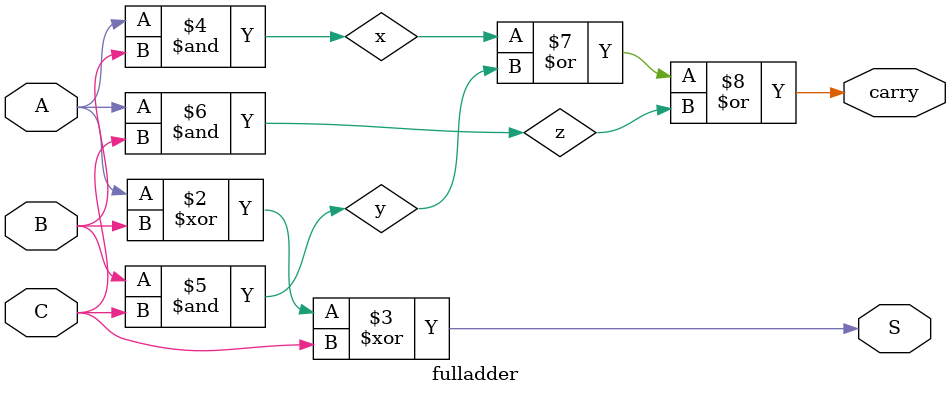
<source format=v>
module fulladder(A,B,C,S,carry);
  input A,B,C;
  output reg S,carry;
  reg x,y,z;
  always @(A,B,C)
    begin
      S=A^B^C;
      x=A&B;
      y=B&C;
      z=A&C;
      carry=x|y|z;
    end
endmodule

</source>
